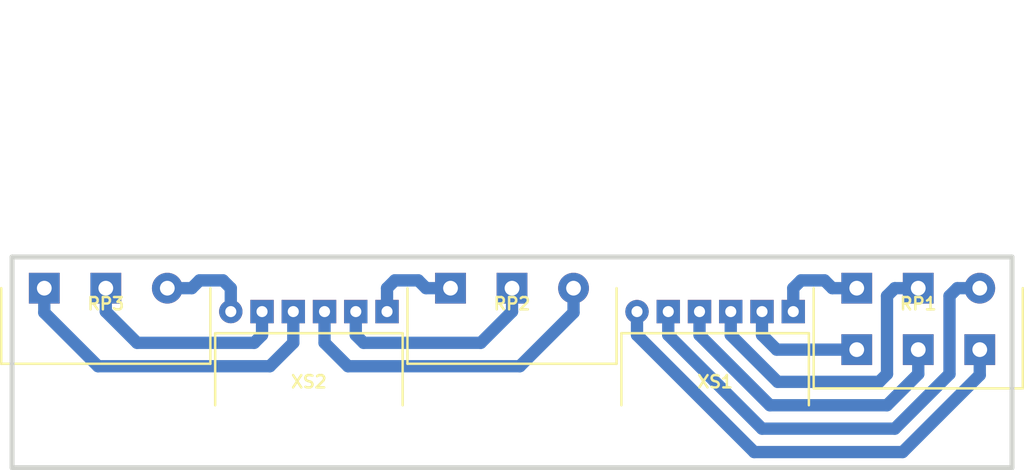
<source format=kicad_pcb>
(kicad_pcb (version 20171130) (host pcbnew 5.1.6-c6e7f7d~87~ubuntu19.10.1)

  (general
    (thickness 1.6)
    (drawings 4)
    (tracks 62)
    (zones 0)
    (modules 5)
    (nets 13)
  )

  (page A4 portrait)
  (title_block
    (title "1590BB Potentiometer Board 18 3x17 Dual-Single-Single")
    (date 2023-02-10)
    (rev 1B)
    (company "Igor Ivanov")
    (comment 1 https://github.com/Adept666)
    (comment 2 "This project is licensed under GNU General Public License v3.0 or later")
    (comment 3 "Диаметр потенциометров: 16 мм, 17 мм")
    (comment 4 "Расстояние от основной платы до корпуса: 18 мм")
  )

  (layers
    (0 F.Cu jumper)
    (31 B.Cu signal)
    (38 B.Mask user)
    (39 F.Mask user)
    (44 Edge.Cuts user)
    (45 Margin user)
    (46 B.CrtYd user)
    (47 F.CrtYd user)
    (49 F.Fab user)
  )

  (setup
    (last_trace_width 1)
    (user_trace_width 0.6)
    (trace_clearance 0)
    (zone_clearance 0.6)
    (zone_45_only no)
    (trace_min 0.2)
    (via_size 1.5)
    (via_drill 0.5)
    (via_min_size 0.4)
    (via_min_drill 0.3)
    (uvia_size 0.3)
    (uvia_drill 0.1)
    (uvias_allowed no)
    (uvia_min_size 0)
    (uvia_min_drill 0)
    (edge_width 0.4)
    (segment_width 0.2)
    (pcb_text_width 0.3)
    (pcb_text_size 1.5 1.5)
    (mod_edge_width 0.15)
    (mod_text_size 1 1)
    (mod_text_width 0.15)
    (pad_size 1.6 1.8)
    (pad_drill 0)
    (pad_to_mask_clearance 0.1)
    (solder_mask_min_width 0.2)
    (aux_axis_origin 0 0)
    (visible_elements 7FFFFFFF)
    (pcbplotparams
      (layerselection 0x20000_7ffffffe)
      (usegerberextensions false)
      (usegerberattributes false)
      (usegerberadvancedattributes false)
      (creategerberjobfile false)
      (excludeedgelayer false)
      (linewidth 0.100000)
      (plotframeref true)
      (viasonmask false)
      (mode 1)
      (useauxorigin false)
      (hpglpennumber 1)
      (hpglpenspeed 20)
      (hpglpendiameter 15.000000)
      (psnegative false)
      (psa4output false)
      (plotreference false)
      (plotvalue true)
      (plotinvisibletext false)
      (padsonsilk true)
      (subtractmaskfromsilk false)
      (outputformat 4)
      (mirror false)
      (drillshape 0)
      (scaleselection 1)
      (outputdirectory ""))
  )

  (net 0 "")
  (net 1 "Net-(RP2-Pad3)")
  (net 2 "Net-(RP2-Pad1)")
  (net 3 "Net-(RP2-Pad2)")
  (net 4 "Net-(RP3-Pad3)")
  (net 5 "Net-(RP3-Pad1)")
  (net 6 "Net-(RP3-Pad2)")
  (net 7 "Net-(RP1-Pad3)")
  (net 8 "Net-(RP1-Pad6)")
  (net 9 "Net-(RP1-Pad2)")
  (net 10 "Net-(RP1-Pad4)")
  (net 11 "Net-(RP1-Pad1)")
  (net 12 "Net-(RP1-Pad5)")

  (net_class Default "This is the default net class."
    (clearance 0)
    (trace_width 1)
    (via_dia 1.5)
    (via_drill 0.5)
    (uvia_dia 0.3)
    (uvia_drill 0.1)
    (add_net "Net-(RP1-Pad1)")
    (add_net "Net-(RP1-Pad2)")
    (add_net "Net-(RP1-Pad3)")
    (add_net "Net-(RP1-Pad4)")
    (add_net "Net-(RP1-Pad5)")
    (add_net "Net-(RP1-Pad6)")
    (add_net "Net-(RP2-Pad1)")
    (add_net "Net-(RP2-Pad2)")
    (add_net "Net-(RP2-Pad3)")
    (add_net "Net-(RP3-Pad1)")
    (add_net "Net-(RP3-Pad2)")
    (add_net "Net-(RP3-Pad3)")
  )

  (module KCL-TH-SL:RP-PDB181-K-20-P (layer F.Cu) (tedit 60030E39) (tstamp 5FE6D9E5)
    (at 105.41 142.875 180)
    (path /5FE7A122)
    (fp_text reference RP2 (at 0 -1.27) (layer F.SilkS)
      (effects (font (size 1 1) (thickness 0.2)))
    )
    (fp_text value "RP2: 16/17" (at 0 -1.27) (layer F.Fab)
      (effects (font (size 1 1) (thickness 0.2)))
    )
    (fp_line (start -8.5 -6.15) (end 8.5 -6.15) (layer F.Fab) (width 0.2))
    (fp_line (start -8.5 3.35) (end 8.5 3.35) (layer F.Fab) (width 0.2))
    (fp_line (start -3 23.35) (end 3 23.35) (layer F.Fab) (width 0.2))
    (fp_line (start -8.5 -6.15) (end -8.5 3.35) (layer F.Fab) (width 0.2))
    (fp_line (start 8.5 -6.15) (end 8.5 3.35) (layer F.Fab) (width 0.2))
    (fp_line (start -3.5 3.35) (end -3.5 9.85) (layer F.Fab) (width 0.2))
    (fp_line (start 3.5 3.35) (end 3.5 9.85) (layer F.Fab) (width 0.2))
    (fp_line (start -3 9.85) (end -3 23.35) (layer F.Fab) (width 0.2))
    (fp_line (start 3 9.85) (end 3 23.35) (layer F.Fab) (width 0.2))
    (fp_line (start -3.5 9.85) (end 3.5 9.85) (layer F.Fab) (width 0.2))
    (fp_line (start -8.5 -6.15) (end 8.5 -6.15) (layer F.SilkS) (width 0.2))
    (fp_line (start -8.5 -6.15) (end -8.5 0) (layer F.SilkS) (width 0.2))
    (fp_line (start 8.5 -6.15) (end 8.5 0) (layer F.SilkS) (width 0.2))
    (fp_line (start -8.5 -6.15) (end 8.5 -6.15) (layer F.CrtYd) (width 0.1))
    (fp_line (start -8.5 23.35) (end 8.5 23.35) (layer F.CrtYd) (width 0.1))
    (fp_line (start -8.5 -6.15) (end -8.5 23.35) (layer F.CrtYd) (width 0.1))
    (fp_line (start 8.5 -6.15) (end 8.5 23.35) (layer F.CrtYd) (width 0.1))
    (fp_line (start -8.5 5.35) (end -7.366 5.35) (layer F.Fab) (width 0.2))
    (fp_line (start -8.5 3.35) (end -8.5 5.35) (layer F.Fab) (width 0.2))
    (fp_line (start -7.3 3.35) (end -7.3 5.35) (layer F.Fab) (width 0.2))
    (pad 3 thru_hole rect (at 5 0 180) (size 2.5 2.5) (drill 1.2) (layers B.Cu B.Mask)
      (net 1 "Net-(RP2-Pad3)"))
    (pad 1 thru_hole circle (at -5 0 180) (size 2.5 2.5) (drill 1.2) (layers B.Cu B.Mask)
      (net 2 "Net-(RP2-Pad1)"))
    (pad 2 thru_hole rect (at 0 0 180) (size 2.5 2.5) (drill 1.2) (layers B.Cu B.Mask)
      (net 3 "Net-(RP2-Pad2)"))
  )

  (module KCL-TH-SL:RP-PDB181-K-20-P (layer F.Cu) (tedit 60030E39) (tstamp 608AEDE7)
    (at 72.39 142.875 180)
    (path /60857FB0)
    (fp_text reference RP3 (at 0 -1.27) (layer F.SilkS)
      (effects (font (size 1 1) (thickness 0.2)))
    )
    (fp_text value "RP3: 16/17" (at 0 -1.27) (layer F.Fab)
      (effects (font (size 1 1) (thickness 0.2)))
    )
    (fp_line (start -8.5 -6.15) (end 8.5 -6.15) (layer F.Fab) (width 0.2))
    (fp_line (start -8.5 3.35) (end 8.5 3.35) (layer F.Fab) (width 0.2))
    (fp_line (start -3 23.35) (end 3 23.35) (layer F.Fab) (width 0.2))
    (fp_line (start -8.5 -6.15) (end -8.5 3.35) (layer F.Fab) (width 0.2))
    (fp_line (start 8.5 -6.15) (end 8.5 3.35) (layer F.Fab) (width 0.2))
    (fp_line (start -3.5 3.35) (end -3.5 9.85) (layer F.Fab) (width 0.2))
    (fp_line (start 3.5 3.35) (end 3.5 9.85) (layer F.Fab) (width 0.2))
    (fp_line (start -3 9.85) (end -3 23.35) (layer F.Fab) (width 0.2))
    (fp_line (start 3 9.85) (end 3 23.35) (layer F.Fab) (width 0.2))
    (fp_line (start -3.5 9.85) (end 3.5 9.85) (layer F.Fab) (width 0.2))
    (fp_line (start -8.5 -6.15) (end 8.5 -6.15) (layer F.SilkS) (width 0.2))
    (fp_line (start -8.5 -6.15) (end -8.5 0) (layer F.SilkS) (width 0.2))
    (fp_line (start 8.5 -6.15) (end 8.5 0) (layer F.SilkS) (width 0.2))
    (fp_line (start -8.5 -6.15) (end 8.5 -6.15) (layer F.CrtYd) (width 0.1))
    (fp_line (start -8.5 23.35) (end 8.5 23.35) (layer F.CrtYd) (width 0.1))
    (fp_line (start -8.5 -6.15) (end -8.5 23.35) (layer F.CrtYd) (width 0.1))
    (fp_line (start 8.5 -6.15) (end 8.5 23.35) (layer F.CrtYd) (width 0.1))
    (fp_line (start -8.5 5.35) (end -7.366 5.35) (layer F.Fab) (width 0.2))
    (fp_line (start -8.5 3.35) (end -8.5 5.35) (layer F.Fab) (width 0.2))
    (fp_line (start -7.3 3.35) (end -7.3 5.35) (layer F.Fab) (width 0.2))
    (pad 3 thru_hole rect (at 5 0 180) (size 2.5 2.5) (drill 1.2) (layers B.Cu B.Mask)
      (net 4 "Net-(RP3-Pad3)"))
    (pad 1 thru_hole circle (at -5 0 180) (size 2.5 2.5) (drill 1.2) (layers B.Cu B.Mask)
      (net 5 "Net-(RP3-Pad1)"))
    (pad 2 thru_hole rect (at 0 0 180) (size 2.5 2.5) (drill 1.2) (layers B.Cu B.Mask)
      (net 6 "Net-(RP3-Pad2)"))
  )

  (module KCL-TH-SL:RP-PDB182-K-20-P (layer F.Cu) (tedit 608E4FBB) (tstamp 608AEE6A)
    (at 138.43 142.875 180)
    (path /60859B26)
    (fp_text reference RP1 (at 0 -1.27) (layer F.SilkS)
      (effects (font (size 1 1) (thickness 0.2)))
    )
    (fp_text value "RP1: DUAL 16/17" (at 0 -1.27) (layer F.Fab)
      (effects (font (size 1 1) (thickness 0.2)))
    )
    (fp_line (start -8.5 -8.15) (end 8.5 -8.15) (layer F.Fab) (width 0.2))
    (fp_line (start -8.5 3.35) (end 8.5 3.35) (layer F.Fab) (width 0.2))
    (fp_line (start -3 23.35) (end 3 23.35) (layer F.Fab) (width 0.2))
    (fp_line (start -8.5 -8.15) (end -8.5 3.35) (layer F.Fab) (width 0.2))
    (fp_line (start 8.5 -8.15) (end 8.5 3.35) (layer F.Fab) (width 0.2))
    (fp_line (start -3.5 3.35) (end -3.5 9.85) (layer F.Fab) (width 0.2))
    (fp_line (start 3.5 3.35) (end 3.5 9.85) (layer F.Fab) (width 0.2))
    (fp_line (start -3 9.85) (end -3 23.35) (layer F.Fab) (width 0.2))
    (fp_line (start 3 9.85) (end 3 23.35) (layer F.Fab) (width 0.2))
    (fp_line (start -3.5 9.85) (end 3.5 9.85) (layer F.Fab) (width 0.2))
    (fp_line (start -8.5 -8.15) (end 8.5 -8.15) (layer F.SilkS) (width 0.2))
    (fp_line (start -8.5 -8.15) (end -8.5 0) (layer F.SilkS) (width 0.2))
    (fp_line (start 8.5 -8.15) (end 8.5 0) (layer F.SilkS) (width 0.2))
    (fp_line (start -8.5 -8.15) (end 8.5 -8.15) (layer F.CrtYd) (width 0.1))
    (fp_line (start -8.5 23.35) (end 8.5 23.35) (layer F.CrtYd) (width 0.1))
    (fp_line (start -8.5 -8.15) (end -8.5 23.35) (layer F.CrtYd) (width 0.1))
    (fp_line (start 8.5 -8.15) (end 8.5 23.35) (layer F.CrtYd) (width 0.1))
    (fp_line (start -8.5 5.35) (end -7.366 5.35) (layer F.Fab) (width 0.2))
    (fp_line (start -8.5 3.35) (end -8.5 5.35) (layer F.Fab) (width 0.2))
    (fp_line (start -7.3 3.35) (end -7.3 5.35) (layer F.Fab) (width 0.2))
    (pad 5 thru_hole rect (at 0 -5 180) (size 2.5 2.5) (drill 1.2) (layers B.Cu B.Mask)
      (net 12 "Net-(RP1-Pad5)"))
    (pad 4 thru_hole rect (at -5 -5 180) (size 2.5 2.5) (drill 1.2) (layers B.Cu B.Mask)
      (net 10 "Net-(RP1-Pad4)"))
    (pad 6 thru_hole rect (at 5 -5 180) (size 2.5 2.5) (drill 1.2) (layers B.Cu B.Mask)
      (net 8 "Net-(RP1-Pad6)"))
    (pad 3 thru_hole rect (at 5 0 180) (size 2.5 2.5) (drill 1.2) (layers B.Cu B.Mask)
      (net 7 "Net-(RP1-Pad3)"))
    (pad 1 thru_hole circle (at -5 0 180) (size 2.5 2.5) (drill 1.2) (layers B.Cu B.Mask)
      (net 11 "Net-(RP1-Pad1)"))
    (pad 2 thru_hole rect (at 0 0 180) (size 2.5 2.5) (drill 1.2) (layers B.Cu B.Mask)
      (net 9 "Net-(RP1-Pad2)"))
  )

  (module KCL-TH-SL:CON-PBS-06R (layer F.Cu) (tedit 6242BD01) (tstamp 608E8A79)
    (at 121.92 144.78)
    (path /60031E05)
    (fp_text reference XS1 (at 0 5.715) (layer F.SilkS)
      (effects (font (size 1 1) (thickness 0.2)))
    )
    (fp_text value PBS-06R (at 0 5.715) (layer F.Fab)
      (effects (font (size 1 1) (thickness 0.2)))
    )
    (fp_line (start 7.62 1.76) (end 7.62 10.16) (layer F.Fab) (width 0.2))
    (fp_line (start -7.62 1.76) (end -7.62 10.16) (layer F.Fab) (width 0.2))
    (fp_line (start -7.62 10.16) (end 7.62 10.16) (layer F.Fab) (width 0.2))
    (fp_line (start -7.62 1.76) (end 7.62 1.76) (layer F.Fab) (width 0.2))
    (fp_line (start -7.62 1.76) (end 7.62 1.76) (layer F.SilkS) (width 0.2))
    (fp_line (start -7.62 1.76) (end -7.62 7.62) (layer F.SilkS) (width 0.2))
    (fp_line (start 7.62 1.76) (end 7.62 7.62) (layer F.SilkS) (width 0.2))
    (fp_line (start -7.62 -0.45) (end 7.62 -0.45) (layer F.CrtYd) (width 0.1))
    (fp_line (start -7.62 10.16) (end 7.62 10.16) (layer F.CrtYd) (width 0.1))
    (fp_line (start -7.62 -0.45) (end -7.62 10.16) (layer F.CrtYd) (width 0.1))
    (fp_line (start 7.62 -0.45) (end 7.62 10.16) (layer F.CrtYd) (width 0.1))
    (pad 6 thru_hole rect (at 6.35 0) (size 1.9 1.9) (drill 0.9) (layers B.Cu B.Mask)
      (net 7 "Net-(RP1-Pad3)"))
    (pad 5 thru_hole rect (at 3.81 0) (size 1.9 1.9) (drill 0.9) (layers B.Cu B.Mask)
      (net 8 "Net-(RP1-Pad6)"))
    (pad 4 thru_hole rect (at 1.27 0) (size 1.9 1.9) (drill 0.9) (layers B.Cu B.Mask)
      (net 9 "Net-(RP1-Pad2)"))
    (pad 1 thru_hole circle (at -6.35 0) (size 1.9 1.9) (drill 0.9) (layers B.Cu B.Mask)
      (net 10 "Net-(RP1-Pad4)"))
    (pad 2 thru_hole rect (at -3.81 0) (size 1.9 1.9) (drill 0.9) (layers B.Cu B.Mask)
      (net 11 "Net-(RP1-Pad1)"))
    (pad 3 thru_hole rect (at -1.27 0) (size 1.9 1.9) (drill 0.9) (layers B.Cu B.Mask)
      (net 12 "Net-(RP1-Pad5)"))
  )

  (module KCL-TH-SL:CON-PBS-06R (layer F.Cu) (tedit 6242BD01) (tstamp 60031F53)
    (at 88.9 144.78)
    (path /600A2C72)
    (fp_text reference XS2 (at 0 5.715) (layer F.SilkS)
      (effects (font (size 1 1) (thickness 0.2)))
    )
    (fp_text value PBS-06R (at 0 5.715) (layer F.Fab)
      (effects (font (size 1 1) (thickness 0.2)))
    )
    (fp_line (start 7.62 1.76) (end 7.62 10.16) (layer F.Fab) (width 0.2))
    (fp_line (start -7.62 1.76) (end -7.62 10.16) (layer F.Fab) (width 0.2))
    (fp_line (start -7.62 10.16) (end 7.62 10.16) (layer F.Fab) (width 0.2))
    (fp_line (start -7.62 1.76) (end 7.62 1.76) (layer F.Fab) (width 0.2))
    (fp_line (start -7.62 1.76) (end 7.62 1.76) (layer F.SilkS) (width 0.2))
    (fp_line (start -7.62 1.76) (end -7.62 7.62) (layer F.SilkS) (width 0.2))
    (fp_line (start 7.62 1.76) (end 7.62 7.62) (layer F.SilkS) (width 0.2))
    (fp_line (start -7.62 -0.45) (end 7.62 -0.45) (layer F.CrtYd) (width 0.1))
    (fp_line (start -7.62 10.16) (end 7.62 10.16) (layer F.CrtYd) (width 0.1))
    (fp_line (start -7.62 -0.45) (end -7.62 10.16) (layer F.CrtYd) (width 0.1))
    (fp_line (start 7.62 -0.45) (end 7.62 10.16) (layer F.CrtYd) (width 0.1))
    (pad 6 thru_hole rect (at 6.35 0) (size 1.9 1.9) (drill 0.9) (layers B.Cu B.Mask)
      (net 1 "Net-(RP2-Pad3)"))
    (pad 5 thru_hole rect (at 3.81 0) (size 1.9 1.9) (drill 0.9) (layers B.Cu B.Mask)
      (net 3 "Net-(RP2-Pad2)"))
    (pad 4 thru_hole rect (at 1.27 0) (size 1.9 1.9) (drill 0.9) (layers B.Cu B.Mask)
      (net 2 "Net-(RP2-Pad1)"))
    (pad 1 thru_hole circle (at -6.35 0) (size 1.9 1.9) (drill 0.9) (layers B.Cu B.Mask)
      (net 5 "Net-(RP3-Pad1)"))
    (pad 2 thru_hole rect (at -3.81 0) (size 1.9 1.9) (drill 0.9) (layers B.Cu B.Mask)
      (net 6 "Net-(RP3-Pad2)"))
    (pad 3 thru_hole rect (at -1.27 0) (size 1.9 1.9) (drill 0.9) (layers B.Cu B.Mask)
      (net 4 "Net-(RP3-Pad3)"))
  )

  (gr_line (start 146.05 140.335) (end 146.05 157.48) (layer Edge.Cuts) (width 0.4) (tstamp 5FE6F872))
  (gr_line (start 64.77 140.335) (end 64.77 157.48) (layer Edge.Cuts) (width 0.4) (tstamp 5FE6F872))
  (gr_line (start 64.77 157.48) (end 146.05 157.48) (layer Edge.Cuts) (width 0.4) (tstamp 5FE6FAB1))
  (gr_line (start 64.77 140.335) (end 146.05 140.335) (layer Edge.Cuts) (width 0.4) (tstamp 5FE6F86E))

  (segment (start 95.25 142.875) (end 95.25 144.78) (width 1) (layer B.Cu) (net 1) (tstamp 608E86DC))
  (segment (start 95.885 142.24) (end 95.25 142.875) (width 1) (layer B.Cu) (net 1))
  (segment (start 100.41 142.875) (end 98.425 142.875) (width 1) (layer B.Cu) (net 1))
  (segment (start 97.79 142.24) (end 95.885 142.24) (width 1) (layer B.Cu) (net 1))
  (segment (start 98.425 142.875) (end 97.79 142.24) (width 1) (layer B.Cu) (net 1))
  (segment (start 90.17 147.32) (end 90.17 144.78) (width 1) (layer B.Cu) (net 2))
  (segment (start 92.075 149.225) (end 90.17 147.32) (width 1) (layer B.Cu) (net 2))
  (segment (start 106.045 149.225) (end 92.075 149.225) (width 1) (layer B.Cu) (net 2))
  (segment (start 110.41 142.875) (end 110.41 144.86) (width 1) (layer B.Cu) (net 2))
  (segment (start 110.41 144.86) (end 106.045 149.225) (width 1) (layer B.Cu) (net 2))
  (segment (start 105.41 144.78) (end 105.41 142.875) (width 1) (layer B.Cu) (net 3))
  (segment (start 102.87 147.32) (end 105.41 144.78) (width 1) (layer B.Cu) (net 3))
  (segment (start 93.345 147.32) (end 102.87 147.32) (width 1) (layer B.Cu) (net 3))
  (segment (start 92.71 144.78) (end 92.71 146.685) (width 1) (layer B.Cu) (net 3))
  (segment (start 92.71 146.685) (end 93.345 147.32) (width 1) (layer B.Cu) (net 3))
  (segment (start 67.39 142.875) (end 67.39 144.86) (width 1) (layer B.Cu) (net 4))
  (segment (start 67.39 144.86) (end 71.755 149.225) (width 1) (layer B.Cu) (net 4))
  (segment (start 87.63 147.32) (end 87.63 144.78) (width 1) (layer B.Cu) (net 4))
  (segment (start 71.755 149.225) (end 85.725 149.225) (width 1) (layer B.Cu) (net 4))
  (segment (start 85.725 149.225) (end 87.63 147.32) (width 1) (layer B.Cu) (net 4))
  (segment (start 77.39 142.875) (end 79.375 142.875) (width 1) (layer B.Cu) (net 5) (tstamp 608E870A))
  (segment (start 79.375 142.875) (end 80.01 142.24) (width 1) (layer B.Cu) (net 5) (tstamp 608E8707))
  (segment (start 82.55 142.875) (end 82.55 144.78) (width 1) (layer B.Cu) (net 5))
  (segment (start 80.01 142.24) (end 81.915 142.24) (width 1) (layer B.Cu) (net 5))
  (segment (start 81.915 142.24) (end 82.55 142.875) (width 1) (layer B.Cu) (net 5))
  (segment (start 72.39 144.78) (end 74.93 147.32) (width 1) (layer B.Cu) (net 6) (tstamp 608E874E))
  (segment (start 72.39 142.875) (end 72.39 144.78) (width 1) (layer B.Cu) (net 6))
  (segment (start 85.09 146.685) (end 85.09 144.78) (width 1) (layer B.Cu) (net 6))
  (segment (start 74.93 147.32) (end 84.455 147.32) (width 1) (layer B.Cu) (net 6))
  (segment (start 84.455 147.32) (end 85.09 146.685) (width 1) (layer B.Cu) (net 6))
  (segment (start 128.27 142.875) (end 128.27 144.78) (width 1) (layer B.Cu) (net 7))
  (segment (start 128.905 142.24) (end 128.27 142.875) (width 1) (layer B.Cu) (net 7))
  (segment (start 130.81 142.24) (end 128.905 142.24) (width 1) (layer B.Cu) (net 7))
  (segment (start 133.43 142.875) (end 131.445 142.875) (width 1) (layer B.Cu) (net 7))
  (segment (start 131.445 142.875) (end 130.81 142.24) (width 1) (layer B.Cu) (net 7))
  (segment (start 125.73 146.685) (end 125.73 144.78) (width 1) (layer B.Cu) (net 8))
  (segment (start 133.43 147.875) (end 126.92 147.875) (width 1) (layer B.Cu) (net 8))
  (segment (start 126.92 147.875) (end 125.73 146.685) (width 1) (layer B.Cu) (net 8))
  (segment (start 136.525 142.875) (end 138.43 142.875) (width 1) (layer B.Cu) (net 9))
  (segment (start 123.19 146.685) (end 127 150.495) (width 1) (layer B.Cu) (net 9))
  (segment (start 123.19 144.78) (end 123.19 146.685) (width 1) (layer B.Cu) (net 9))
  (segment (start 127 150.495) (end 135.255 150.495) (width 1) (layer B.Cu) (net 9))
  (segment (start 135.89 143.51) (end 136.525 142.875) (width 1) (layer B.Cu) (net 9))
  (segment (start 135.89 149.86) (end 135.89 143.51) (width 1) (layer B.Cu) (net 9))
  (segment (start 135.255 150.495) (end 135.89 149.86) (width 1) (layer B.Cu) (net 9))
  (segment (start 143.43 149.94) (end 143.43 147.875) (width 1) (layer B.Cu) (net 10))
  (segment (start 137.16 156.21) (end 143.43 149.94) (width 1) (layer B.Cu) (net 10))
  (segment (start 115.57 144.78) (end 115.57 146.685) (width 1) (layer B.Cu) (net 10))
  (segment (start 125.095 156.21) (end 137.16 156.21) (width 1) (layer B.Cu) (net 10))
  (segment (start 115.57 146.685) (end 125.095 156.21) (width 1) (layer B.Cu) (net 10))
  (segment (start 141.605 142.875) (end 143.43 142.875) (width 1) (layer B.Cu) (net 11))
  (segment (start 140.97 143.51) (end 141.605 142.875) (width 1) (layer B.Cu) (net 11))
  (segment (start 118.11 144.78) (end 118.11 146.685) (width 1) (layer B.Cu) (net 11))
  (segment (start 125.73 154.305) (end 136.525 154.305) (width 1) (layer B.Cu) (net 11))
  (segment (start 118.11 146.685) (end 125.73 154.305) (width 1) (layer B.Cu) (net 11))
  (segment (start 136.525 154.305) (end 140.97 149.86) (width 1) (layer B.Cu) (net 11))
  (segment (start 140.97 149.86) (end 140.97 143.51) (width 1) (layer B.Cu) (net 11))
  (segment (start 138.43 149.86) (end 138.43 147.875) (width 1) (layer B.Cu) (net 12))
  (segment (start 135.89 152.4) (end 138.43 149.86) (width 1) (layer B.Cu) (net 12))
  (segment (start 126.365 152.4) (end 135.89 152.4) (width 1) (layer B.Cu) (net 12))
  (segment (start 120.65 144.78) (end 120.65 146.685) (width 1) (layer B.Cu) (net 12))
  (segment (start 120.65 146.685) (end 126.365 152.4) (width 1) (layer B.Cu) (net 12))

)

</source>
